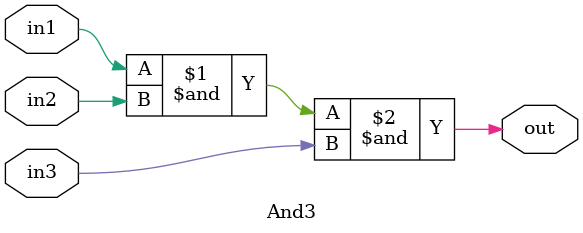
<source format=sv>
/* 3-input AND.
 *
 *
 * <script type="WaveDrom">
 * { assign:[
 *   ["out",
 *     ["&", "in1", "in2", "in3"]
 *   ]
 * ]}
 * </script>
 * 
 */
module And3 #(
    parameter WIDTH = 1
)(
    input  wire [WIDTH-1:0] in1,
    input  wire [WIDTH-1:0] in2,
    input  wire [WIDTH-1:0] in3,
    output wire [WIDTH-1:0] out
);

    assign out = in1 & in2 & in3;

endmodule

</source>
